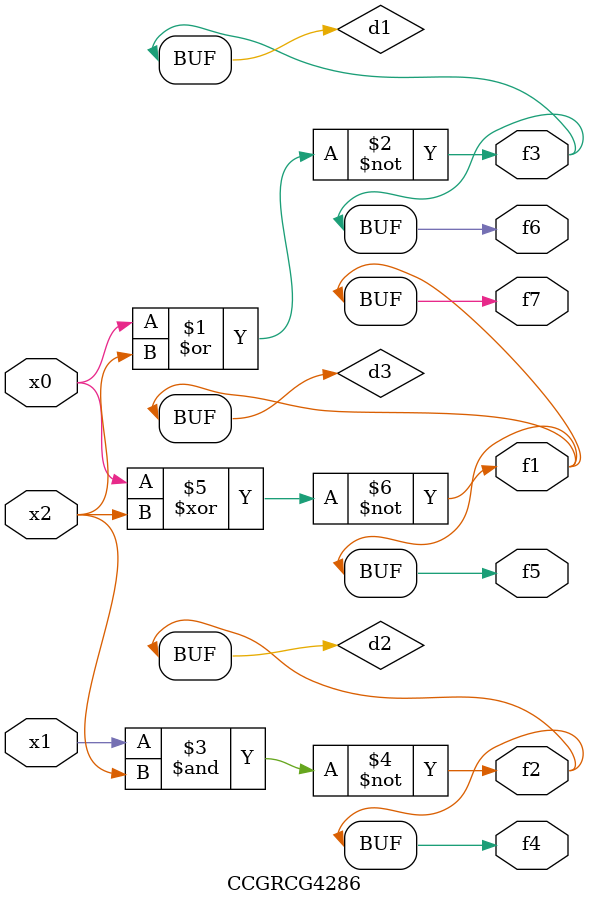
<source format=v>
module CCGRCG4286(
	input x0, x1, x2,
	output f1, f2, f3, f4, f5, f6, f7
);

	wire d1, d2, d3;

	nor (d1, x0, x2);
	nand (d2, x1, x2);
	xnor (d3, x0, x2);
	assign f1 = d3;
	assign f2 = d2;
	assign f3 = d1;
	assign f4 = d2;
	assign f5 = d3;
	assign f6 = d1;
	assign f7 = d3;
endmodule

</source>
